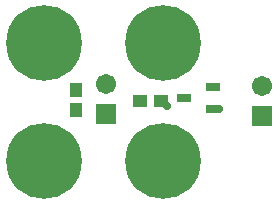
<source format=gts>
G04*
G04 #@! TF.GenerationSoftware,Altium Limited,Altium Designer,21.7.2 (23)*
G04*
G04 Layer_Color=8388736*
%FSLAX25Y25*%
%MOIN*%
G70*
G04*
G04 #@! TF.SameCoordinates,CD49883A-D9D7-4F0A-866F-15B73C44CB22*
G04*
G04*
G04 #@! TF.FilePolarity,Negative*
G04*
G01*
G75*
%ADD17R,0.05013X0.03162*%
%ADD18R,0.04600X0.04300*%
%ADD19R,0.04300X0.04600*%
%ADD20C,0.06706*%
%ADD21R,0.06706X0.06706*%
%ADD22C,0.02769*%
%ADD23C,0.25210*%
D17*
X396562Y303260D02*
D03*
Y310740D02*
D03*
X386837Y307000D02*
D03*
D18*
X379300Y306000D02*
D03*
X372400D02*
D03*
D19*
X350900Y309800D02*
D03*
Y302900D02*
D03*
D20*
X413100Y311100D02*
D03*
X361000Y311600D02*
D03*
D21*
X413100Y301100D02*
D03*
X361000Y301600D02*
D03*
D22*
X398700Y303300D02*
D03*
X381200Y304400D02*
D03*
D23*
X379805Y285915D02*
D03*
X340436Y286084D02*
D03*
Y325454D02*
D03*
X379806D02*
D03*
M02*

</source>
